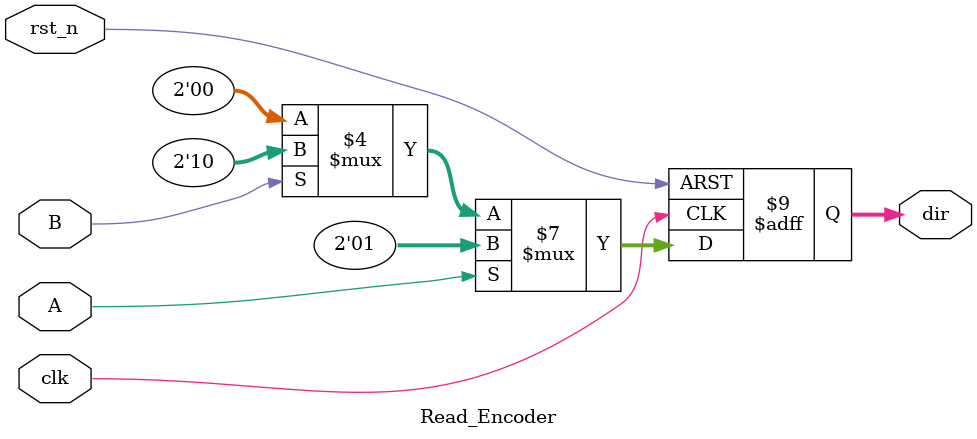
<source format=v>
module Read_Encoder (
    input wire clk,
    input wire rst_n,

    input wire A,
    input wire B,

    output reg [1:0] dir
);

    always @(posedge clk or negedge rst_n) begin
        if (!rst_n) begin
            dir <= 2'bZZ; // vazio
        end else begin
            if (A) begin
                dir <= 2'b01;
            end else begin
                if (B) begin
                    dir <= 2'b10;
                end else begin
                    dir <= 2'b00;
                end
            end
        end
    end
endmodule

</source>
